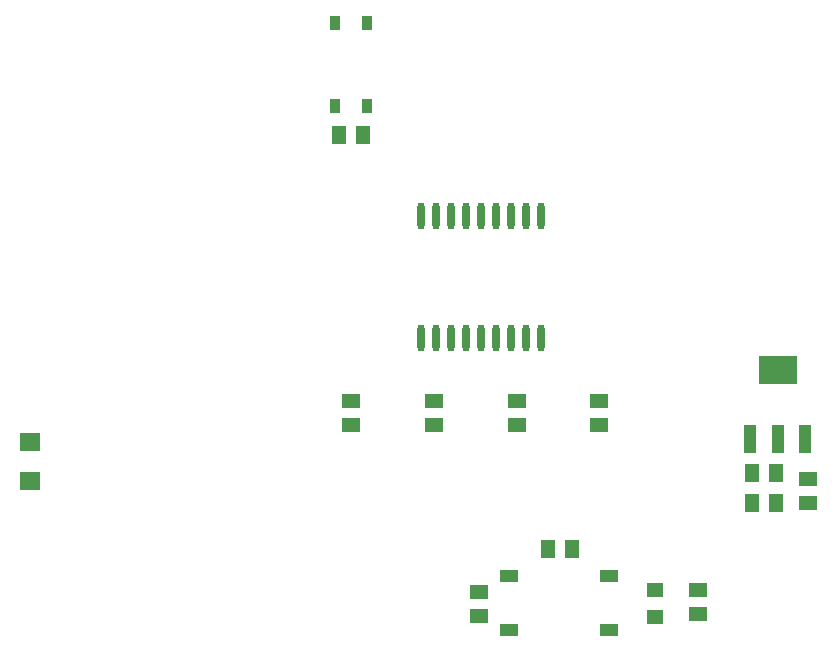
<source format=gtp>
G04 Layer_Color=8421504*
%FSLAX44Y44*%
%MOMM*%
G71*
G01*
G75*
%ADD10R,1.6002X1.2700*%
%ADD11R,1.2700X1.6002*%
%ADD12R,1.3970X1.2700*%
%ADD13R,1.5000X1.0000*%
%ADD14R,1.0000X2.4000*%
%ADD15R,3.3000X2.4000*%
%ADD16R,1.6510X1.5240*%
%ADD17R,0.9000X1.3000*%
%ADD18O,0.6000X2.3000*%
D10*
X154000Y-390160D02*
D03*
Y-369840D02*
D03*
X-32000Y-392000D02*
D03*
Y-371680D02*
D03*
X-140000Y-230160D02*
D03*
Y-209840D02*
D03*
X-70000Y-230000D02*
D03*
Y-209680D02*
D03*
X0Y-230320D02*
D03*
Y-210000D02*
D03*
X70000Y-230160D02*
D03*
Y-209840D02*
D03*
X247000Y-275680D02*
D03*
Y-296000D02*
D03*
D11*
X26840Y-335000D02*
D03*
X47160D02*
D03*
X-150160Y15000D02*
D03*
X-129840D02*
D03*
X220000Y-271000D02*
D03*
X199680D02*
D03*
X220000Y-296000D02*
D03*
X199680D02*
D03*
D12*
X117000Y-392430D02*
D03*
Y-369570D02*
D03*
D13*
X-6500Y-358500D02*
D03*
Y-403500D02*
D03*
X78500Y-358500D02*
D03*
Y-403500D02*
D03*
D14*
X198000Y-242000D02*
D03*
X221000Y-242000D02*
D03*
X244000Y-242000D02*
D03*
D15*
X221000Y-184000D02*
D03*
D16*
X-412238Y-278002D02*
D03*
Y-244982D02*
D03*
D17*
X-153500Y40000D02*
D03*
X-126500D02*
D03*
Y110000D02*
D03*
X-153500D02*
D03*
D18*
X-80800Y-156999D02*
D03*
X-68100D02*
D03*
X-55400D02*
D03*
X-42700D02*
D03*
X-30000D02*
D03*
X-17300D02*
D03*
X-4600D02*
D03*
X8100D02*
D03*
X20800D02*
D03*
X-80800Y-53001D02*
D03*
X-68100D02*
D03*
X-55400D02*
D03*
X-42700D02*
D03*
X-30000D02*
D03*
X-17300D02*
D03*
X-4600D02*
D03*
X8100D02*
D03*
X20800D02*
D03*
M02*

</source>
